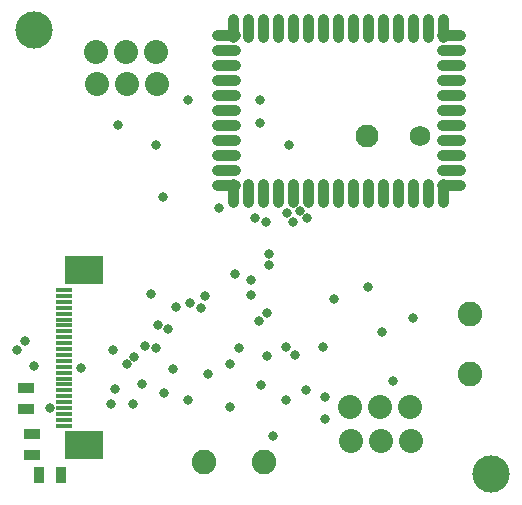
<source format=gbs>
G75*
%MOIN*%
%OFA0B0*%
%FSLAX25Y25*%
%IPPOS*%
%LPD*%
%AMOC8*
5,1,8,0,0,1.08239X$1,22.5*
%
%ADD10C,0.12411*%
%ADD11R,0.03750X0.05324*%
%ADD12R,0.05324X0.03750*%
%ADD13C,0.08000*%
%ADD14R,0.05512X0.01575*%
%ADD15R,0.12805X0.09655*%
%ADD16C,0.08200*%
%ADD17C,0.03600*%
%ADD18C,0.06899*%
%ADD19C,0.07687*%
%ADD20C,0.03300*%
D10*
X0011536Y0176650D03*
X0163898Y0028618D03*
D11*
X0013426Y0028303D03*
X0020513Y0028303D03*
D12*
X0010828Y0035075D03*
X0010828Y0042161D03*
X0009095Y0050350D03*
X0009095Y0057437D03*
D13*
X0032560Y0158657D03*
X0042560Y0158657D03*
X0052560Y0158657D03*
X0052442Y0169287D03*
X0042442Y0169287D03*
X0032442Y0169287D03*
X0117048Y0050941D03*
X0127048Y0050941D03*
X0137048Y0050941D03*
X0137166Y0039760D03*
X0127166Y0039760D03*
X0117166Y0039760D03*
D14*
X0021772Y0044799D03*
X0021772Y0046768D03*
X0021772Y0048736D03*
X0021772Y0050705D03*
X0021772Y0052673D03*
X0021772Y0054642D03*
X0021772Y0056610D03*
X0021772Y0058579D03*
X0021772Y0060547D03*
X0021772Y0062516D03*
X0021772Y0064484D03*
X0021772Y0066453D03*
X0021772Y0068421D03*
X0021772Y0070390D03*
X0021772Y0072358D03*
X0021772Y0074327D03*
X0021772Y0076295D03*
X0021772Y0078264D03*
X0021772Y0080232D03*
X0021772Y0082201D03*
X0021772Y0084169D03*
X0021772Y0086138D03*
X0021772Y0088106D03*
X0021772Y0090075D03*
D15*
X0028465Y0096571D03*
X0028465Y0038303D03*
D16*
X0068465Y0032752D03*
X0088465Y0032752D03*
X0157009Y0062161D03*
X0157009Y0082161D03*
D17*
X0148072Y0119417D02*
X0148072Y0125417D01*
X0147572Y0124917D02*
X0153572Y0124917D01*
X0153572Y0129917D02*
X0147572Y0129917D01*
X0147572Y0134917D02*
X0153572Y0134917D01*
X0153572Y0139917D02*
X0147572Y0139917D01*
X0147572Y0144917D02*
X0153572Y0144917D01*
X0153572Y0149917D02*
X0147572Y0149917D01*
X0147572Y0154917D02*
X0153572Y0154917D01*
X0153572Y0159917D02*
X0147572Y0159917D01*
X0147572Y0164917D02*
X0153572Y0164917D01*
X0153572Y0169917D02*
X0147572Y0169917D01*
X0147572Y0174917D02*
X0153572Y0174917D01*
X0148072Y0174417D02*
X0148072Y0180417D01*
X0143072Y0180417D02*
X0143072Y0174417D01*
X0138072Y0174417D02*
X0138072Y0180417D01*
X0133072Y0180417D02*
X0133072Y0174417D01*
X0128072Y0174417D02*
X0128072Y0180417D01*
X0123072Y0180417D02*
X0123072Y0174417D01*
X0118072Y0174417D02*
X0118072Y0180417D01*
X0113072Y0180417D02*
X0113072Y0174417D01*
X0108072Y0174417D02*
X0108072Y0180417D01*
X0103072Y0180417D02*
X0103072Y0174417D01*
X0098072Y0174417D02*
X0098072Y0180417D01*
X0093072Y0180417D02*
X0093072Y0174417D01*
X0088072Y0174417D02*
X0088072Y0180417D01*
X0083072Y0180417D02*
X0083072Y0174417D01*
X0078072Y0174417D02*
X0078072Y0180417D01*
X0078572Y0174917D02*
X0072572Y0174917D01*
X0072572Y0169917D02*
X0078572Y0169917D01*
X0078572Y0164917D02*
X0072572Y0164917D01*
X0072572Y0159917D02*
X0078572Y0159917D01*
X0078572Y0154917D02*
X0072572Y0154917D01*
X0072572Y0149917D02*
X0078572Y0149917D01*
X0078572Y0144917D02*
X0072572Y0144917D01*
X0072572Y0139917D02*
X0078572Y0139917D01*
X0078572Y0134917D02*
X0072572Y0134917D01*
X0072572Y0129917D02*
X0078572Y0129917D01*
X0078572Y0124917D02*
X0072572Y0124917D01*
X0078072Y0125417D02*
X0078072Y0119417D01*
X0083072Y0119417D02*
X0083072Y0125417D01*
X0088072Y0125417D02*
X0088072Y0119417D01*
X0093072Y0119417D02*
X0093072Y0125417D01*
X0098072Y0125417D02*
X0098072Y0119417D01*
X0103072Y0119417D02*
X0103072Y0125417D01*
X0108072Y0125417D02*
X0108072Y0119417D01*
X0113072Y0119417D02*
X0113072Y0125417D01*
X0118072Y0125417D02*
X0118072Y0119417D01*
X0123072Y0119417D02*
X0123072Y0125417D01*
X0128072Y0125417D02*
X0128072Y0119417D01*
X0133072Y0119417D02*
X0133072Y0125417D01*
X0138072Y0125417D02*
X0138072Y0119417D01*
X0143072Y0119417D02*
X0143072Y0125417D01*
D18*
X0140355Y0141256D03*
D19*
X0122639Y0141256D03*
D20*
X0100300Y0116350D03*
X0102700Y0113950D03*
X0097900Y0112750D03*
X0096100Y0115750D03*
X0088900Y0112750D03*
X0085300Y0113950D03*
X0090100Y0101950D03*
X0090100Y0098350D03*
X0084100Y0093550D03*
X0083977Y0088264D03*
X0089391Y0082358D03*
X0086500Y0079750D03*
X0079900Y0070750D03*
X0076900Y0065350D03*
X0069706Y0062181D03*
X0063100Y0053350D03*
X0054942Y0055783D03*
X0057894Y0063657D03*
X0052300Y0070750D03*
X0048700Y0071350D03*
X0045100Y0067750D03*
X0042700Y0065350D03*
X0037900Y0070150D03*
X0027383Y0064150D03*
X0038500Y0056950D03*
X0037300Y0052150D03*
X0044500Y0052150D03*
X0047500Y0058750D03*
X0056418Y0076945D03*
X0052900Y0078550D03*
X0058900Y0084550D03*
X0063700Y0085750D03*
X0067300Y0083950D03*
X0068500Y0088150D03*
X0078700Y0095350D03*
X0073300Y0117550D03*
X0054700Y0121150D03*
X0052300Y0138550D03*
X0039700Y0145150D03*
X0063100Y0153550D03*
X0087100Y0153550D03*
X0087100Y0145750D03*
X0096700Y0138550D03*
X0122855Y0091217D03*
X0111700Y0086950D03*
X0108091Y0071039D03*
X0098500Y0068350D03*
X0095788Y0071039D03*
X0089391Y0068087D03*
X0087422Y0058244D03*
X0095500Y0053350D03*
X0102186Y0056768D03*
X0108583Y0054307D03*
X0108583Y0046925D03*
X0091359Y0041512D03*
X0076900Y0050950D03*
X0050513Y0088756D03*
X0017048Y0050862D03*
X0011500Y0064750D03*
X0006100Y0070150D03*
X0008682Y0073008D03*
X0127776Y0075961D03*
X0138111Y0080882D03*
X0131221Y0059720D03*
M02*

</source>
